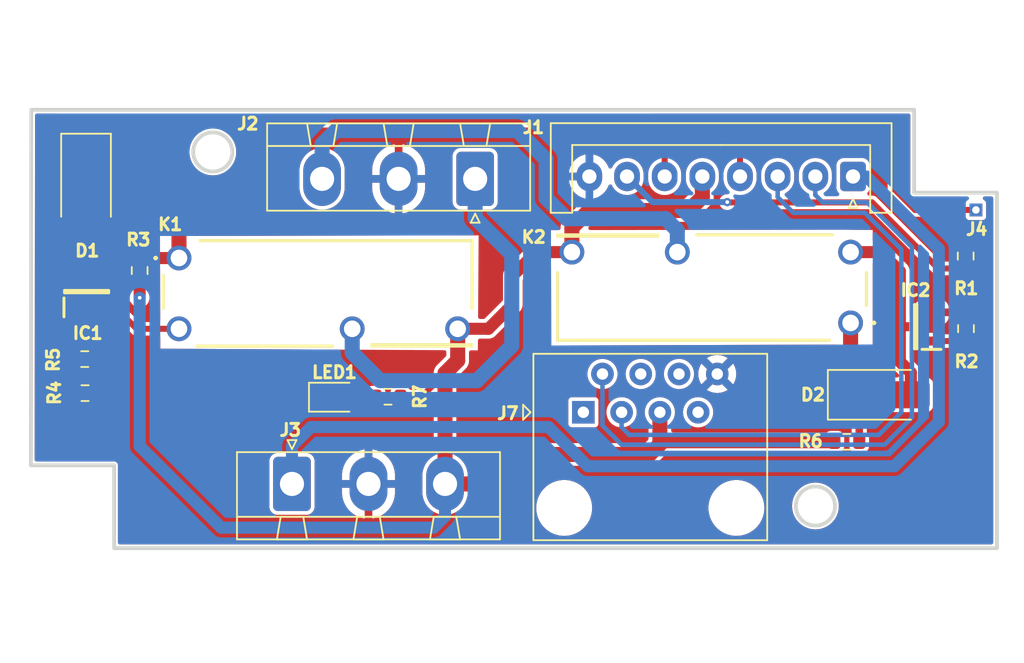
<source format=kicad_pcb>
(kicad_pcb (version 20240108) (generator "pcbnew") (generator_version "8.0")
  (title_block (title "KSS-E") (date "2020-07-13") (rev "REV1") (company "SmartEQ Bilisim"))
  (layers (0 "F.Cu" signal) (31 "B.Cu" signal) (34 "B.Paste" user) (35 "F.Paste" user) (36 "B.SilkS" user "B.Silkscreen") (37 "F.SilkS" user "F.Silkscreen") (38 "B.Mask" user) (39 "F.Mask" user) (44 "Edge.Cuts" user))
  (net 0 "")
  (net 1 "GND")
  (net 2 "VBUS")
  (net 3 "Net-(D1-K)")
  (net 4 "Net-(D1-A)")
  (net 5 "Net-(D2-K)")
  (net 6 "Net-(D2-A)")
  (net 7 "/IGN")
  (net 8 "/GPIO19")
  (net 9 "/GPIO6")
  (net 10 "/GPIO7")
  (net 11 "/HORN")
  (net 12 "/Flash")
  (net 17 "Net-(IC2-B)")
  (net 18 "Net-(IC1-B)")
  (net 19 "Net-(LED1-Pad2)")
  (net 20 "RS485_B")
  (net 21 "RS485_A")
  (footprint "Resistor_SMD:R_0603_1608Metric" (layer "F.Cu") (at 196.916 81.8484 -90)
    (property "Reference" "R1" (at 2.15 -0.04 0) (layer "F.SilkS") (effects (font (size 0.8 0.8) (thickness 0.2))))
    (property "Value" "10K")
    (fp_line (start -0.237258 0.5225) (end 0.237258 0.5225) (stroke (width 0.12)) (layer "F.SilkS"))
    (fp_line (start -0.237258 -0.5225) (end 0.237258 -0.5225) (stroke (width 0.12)) (layer "F.SilkS"))
    (pad "1" smd roundrect (at -0.825 0 270) (size 0.8 0.95) (layers "F.Cu" "F.Paste" "F.Mask") (net 1 "GND"))
    (pad "2" smd roundrect (at 0.825 0 270) (size 0.8 0.95) (layers "F.Cu" "F.Paste" "F.Mask") (net 10 "/GPIO7"))
  )
  (footprint "Connector_Phoenix_MSTB:KF2EDGR-Y-5.08-03P-1 B" (layer "F.Cu") (at 152.196 96.9744)
    (property "Reference" "J3" (at -0.11 -3.576 0) (layer "F.SilkS") (effects (font (size 0.8 0.8) (thickness 0.2))))
    (property "Value" "Conn_01x03_Pin")
    (fp_line (start -3.65 -2.11) (end -3.65 3.683) (stroke (width 0.12)) (layer "F.SilkS"))
    (fp_line (start -3.65 3.683) (end 13.81 3.683) (stroke (width 0.12)) (layer "F.SilkS"))
    (fp_line (start -1 3.683) (end 1 3.683) (stroke (width 0.12)) (layer "F.SilkS"))
    (fp_line (start -0.75 2.183) (end -1 3.683) (stroke (width 0.12)) (layer "F.SilkS"))
    (fp_line (start -0.3 -2.91) (end 0.3 -2.91) (stroke (width 0.12)) (layer "F.SilkS"))
    (fp_line (start 0 -2.31) (end -0.3 -2.91) (stroke (width 0.12)) (layer "F.SilkS"))
    (fp_line (start 0.3 -2.91) (end 0 -2.31) (stroke (width 0.12)) (layer "F.SilkS"))
    (fp_line (start 0.75 2.183) (end -0.75 2.183) (stroke (width 0.12)) (layer "F.SilkS"))
    (fp_line (start 1 3.683) (end 0.75 2.183) (stroke (width 0.12)) (layer "F.SilkS"))
    (fp_line (start 4.08 3.683) (end 6.08 3.683) (stroke (width 0.12)) (layer "F.SilkS"))
    (fp_line (start 4.33 2.183) (end 4.08 3.683) (stroke (width 0.12)) (layer "F.SilkS"))
    (fp_line (start 5.83 2.183) (end 4.33 2.183) (stroke (width 0.12)) (layer "F.SilkS"))
    (fp_line (start 6.08 3.683) (end 5.83 2.183) (stroke (width 0.12)) (layer "F.SilkS"))
    (fp_line (start 9.16 3.683) (end 11.16 3.683) (stroke (width 0.12)) (layer "F.SilkS"))
    (fp_line (start 9.41 2.183) (end 9.16 3.683) (stroke (width 0.12)) (layer "F.SilkS"))
    (fp_line (start 10.91 2.183) (end 9.41 2.183) (stroke (width 0.12)) (layer "F.SilkS"))
    (fp_line (start 11.16 3.683) (end 10.91 2.183) (stroke (width 0.12)) (layer "F.SilkS"))
    (fp_line (start 13.81 -2.11) (end -3.65 -2.11) (stroke (width 0.12)) (layer "F.SilkS"))
    (fp_line (start 13.81 2.183) (end -3.65 2.183) (stroke (width 0.12)) (layer "F.SilkS"))
    (fp_line (start 13.81 3.683) (end 13.81 -2.11) (stroke (width 0.12)) (layer "F.SilkS"))
    (pad "1" thru_hole roundrect (at 0 0) (size 2.5 3.6) (drill 1.6) (layers "*.Cu" "*.Mask") (roundrect_rratio 0.120192) (net 7 "/IGN"))
    (pad "2" thru_hole oval (at 5.08 0) (size 2.5 3.6) (drill 1.6) (layers "*.Cu" "*.Mask") (net 1 "GND"))
    (pad "3" thru_hole oval (at 10.16 0) (size 2.5 3.6) (drill 1.6) (layers "*.Cu" "*.Mask") (net 2 "VBUS"))
  )
  (footprint "Resistor_SMD:R_0603_1608Metric" (layer "F.Cu") (at 196.936 86.6684 90)
    (property "Reference" "R2" (at -2.18 0.04 0) (layer "F.SilkS") (effects (font (size 0.8 0.8) (thickness 0.2))))
    (property "Value" "10K")
    (fp_line (start -0.237258 -0.5225) (end 0.237258 -0.5225) (stroke (width 0.12)) (layer "F.SilkS"))
    (fp_line (start -0.237258 0.5225) (end 0.237258 0.5225) (stroke (width 0.12)) (layer "F.SilkS"))
    (pad "1" smd roundrect (at -0.825 0 90) (size 0.8 0.95) (layers "F.Cu" "F.Paste" "F.Mask") (net 17 "Net-(IC2-B)"))
    (pad "2" smd roundrect (at 0.825 0 90) (size 0.8 0.95) (layers "F.Cu" "F.Paste" "F.Mask") (net 10 "/GPIO7"))
  )
  (footprint "Diode_SMD:D_SMA" (layer "F.Cu") (at 138.526 77.2384 -90)
    (property "Reference" "D1" (at 4.26 -0.08 180) (layer "F.SilkS") (effects (font (size 0.8 0.8) (thickness 0.2))))
    (property "Value" "MRA4007T3G")
    (fp_line (start -3.51 1.65) (end 2 1.65) (stroke (width 0.12)) (layer "F.SilkS"))
    (fp_line (start -3.51 -1.65) (end -3.51 1.65) (stroke (width 0.12)) (layer "F.SilkS"))
    (fp_line (start -3.51 -1.65) (end 2 -1.65) (stroke (width 0.12)) (layer "F.SilkS"))
    (pad "1" smd roundrect (at -2 0 270) (size 2.5 1.8) (layers "F.Cu" "F.Paste" "F.Mask") (roundrect_rratio 0.1388888889) (net 3 "Net-(D1-K)"))
    (pad "2" smd roundrect (at 2 0 270) (size 2.5 1.8) (layers "F.Cu" "F.Paste" "F.Mask") (roundrect_rratio 0.1388888889) (net 4 "Net-(D1-A)"))
  )
  (footprint "MMBT2222ALT1G:SOT96P237X111-3N" (layer "F.Cu") (at 138.566 84.2084 90)
    (property "Reference" "IC1" (at -2.76 0.07 0) (layer "F.SilkS") (effects (font (size 0.8 0.8) (thickness 0.2))))
    (property "Value" "MMBT2222ALT1G" (hide yes))
    (fp_line (start -1.675 -1.505) (end -0.425 -1.505) (stroke (width 0.2)) (layer "F.SilkS"))
    (fp_line (start 0.075 -1.46) (end 0.075 1.46) (stroke (width 0.2)) (layer "F.SilkS"))
    (fp_line (start -0.075 -1.46) (end 0.075 -1.46) (stroke (width 0.2)) (layer "F.SilkS"))
    (fp_line (start 0.075 1.46) (end -0.075 1.46) (stroke (width 0.2)) (layer "F.SilkS"))
    (fp_line (start -0.075 1.46) (end -0.075 -1.46) (stroke (width 0.2)) (layer "F.SilkS"))
    (pad "1" smd rect (at -1.05 -0.955 180) (size 0.6 1.25) (layers "F.Cu" "F.Paste" "F.Mask") (net 18 "Net-(IC1-B)"))
    (pad "2" smd rect (at -1.05 0.955 180) (size 0.6 1.25) (layers "F.Cu" "F.Paste" "F.Mask") (net 1 "GND"))
    (pad "3" smd rect (at 1.05 0 180) (size 0.6 1.25) (layers "F.Cu" "F.Paste" "F.Mask") (net 4 "Net-(D1-A)"))
  )
  (footprint "Resistor_SMD:R_0603_1608Metric" (layer "F.Cu") (at 158.571 91.1884 180)
    (property "Reference" "R7" (at -2.120001 -0.000001 -90) (layer "F.SilkS") (effects (font (size 0.8 0.8) (thickness 0.2))))
    (property "Value" "3.3K")
    (fp_line (start -0.237258 0.5225) (end 0.237258 0.5225) (stroke (width 0.12)) (layer "F.SilkS"))
    (fp_line (start -0.237258 -0.5225) (end 0.237258 -0.5225) (stroke (width 0.12)) (layer "F.SilkS"))
    (pad "1" smd roundrect (at -0.825 0 180) (size 0.8 0.95) (layers "F.Cu" "F.Paste" "F.Mask") (net 2 "VBUS"))
    (pad "2" smd roundrect (at 0.825 0 180) (size 0.8 0.95) (layers "F.Cu" "F.Paste" "F.Mask") (net 19 "Net-(LED1-Pad2)"))
  )
  (footprint "Connector_JST:JST_XH_S8B-XH-A_1x08_P2.50mm_Horizontal" (layer "F.Cu") (at 189.436 76.5684 180)
    (property "Reference" "J1" (at 21.21 3.26 180) (layer "F.SilkS") (effects (font (size 0.8 0.8) (thickness 0.2))))
    (property "Value" "Conn_01x08_Socket")
    (fp_line (start 20.06 3.539) (end 20.06 -2.41) (stroke (width 0.12)) (layer "F.SilkS"))
    (fp_line (start 20.06 -2.41) (end 18.64 -2.41) (stroke (width 0.12)) (layer "F.SilkS"))
    (fp_line (start 18.64 2.09) (end 8.75 2.09) (stroke (width 0.12)) (layer "F.SilkS"))
    (fp_line (start 18.64 -2.41) (end 18.64 2.09) (stroke (width 0.12)) (layer "F.SilkS"))
    (fp_line (start 8.75 3.539) (end 20.06 3.539) (stroke (width 0.12)) (layer "F.SilkS"))
    (fp_line (start 8.75 3.539) (end -2.56 3.539) (stroke (width 0.12)) (layer "F.SilkS"))
    (fp_line (start 0.3 -2.1) (end 0 -1.5) (stroke (width 0.12)) (layer "F.SilkS"))
    (fp_line (start 0 -1.5) (end -0.3 -2.1) (stroke (width 0.12)) (layer "F.SilkS"))
    (fp_line (start -0.3 -2.1) (end 0.3 -2.1) (stroke (width 0.12)) (layer "F.SilkS"))
    (fp_line (start -1.14 2.09) (end 8.75 2.09) (stroke (width 0.12)) (layer "F.SilkS"))
    (fp_line (start -1.14 -2.41) (end -1.14 2.09) (stroke (width 0.12)) (layer "F.SilkS"))
    (fp_line (start -2.56 3.539) (end -2.56 -2.41) (stroke (width 0.12)) (layer "F.SilkS"))
    (fp_line (start -2.56 -2.41) (end -1.14 -2.41) (stroke (width 0.12)) (layer "F.SilkS"))
    (pad "1" thru_hole roundrect (at 0 0 180) (size 1.7 1.95) (drill 0.95) (layers "*.Cu" "*.Mask") (roundrect_rratio 0.1470588235) (net 7 "/IGN"))
    (pad "2" thru_hole oval (at 2.5 0 180) (size 1.7 1.95) (drill 0.95) (layers "*.Cu" "*.Mask") (net 20 "RS485_B"))
    (pad "3" thru_hole oval (at 5 0 180) (size 1.7 1.95) (drill 0.95) (layers "*.Cu" "*.Mask") (net 21 "RS485_A"))
    (pad "4" thru_hole oval (at 7.5 0 180) (size 1.7 1.95) (drill 0.95) (layers "*.Cu" "*.Mask") (net 8 "/GPIO19"))
    (pad "5" thru_hole oval (at 10 0 180) (size 1.7 1.95) (drill 0.95) (layers "*.Cu" "*.Mask") (net 2 "VBUS"))
    (pad "6" thru_hole oval (at 12.5 0 180) (size 1.7 1.95) (drill 0.95) (layers "*.Cu" "*.Mask") (net 9 "/GPIO6"))
    (pad "7" thru_hole oval (at 15 0 180) (size 1.7 1.95) (drill 0.95) (layers "*.Cu" "*.Mask") (net 10 "/GPIO7"))
    (pad "8" thru_hole oval (at 17.5 0 180) (size 1.7 1.95) (drill 0.95) (layers "*.Cu" "*.Mask") (net 1 "GND"))
  )
  (footprint "Library:HF46F5HS1" (layer "F.Cu") (at 189.276 86.2884 180)
    (property "Reference" "K2" (at 21.03 5.7 180) (layer "F.SilkS") (effects (font (size 0.8 0.8) (thickness 0.2))))
    (property "Value" "HF46F5HS1" (hide yes))
    (fp_line (start 19.45 5.85) (end 12.8 5.85) (stroke (width 0.2)) (layer "F.SilkS"))
    (fp_line (start 19.45 5.75) (end 19.45 5.85) (stroke (width 0.2)) (layer "F.SilkS"))
    (fp_line (start 19.45 3.35) (end 19.45 3.35) (stroke (width 0.2)) (layer "F.SilkS"))
    (fp_line (start 19.45 3.35) (end 19.45 -1.15) (stroke (width 0.2)) (layer "F.SilkS"))
    (fp_line (start 19.45 -1.15) (end 19.45 3.35) (stroke (width 0.2)) (layer "F.SilkS"))
    (fp_line (start 19.45 -1.15) (end 19.45 -1.15) (stroke (width 0.2)) (layer "F.SilkS"))
    (fp_line (start 19.45 -1.15) (end 19.45 -1.15) (stroke (width 0.2)) (layer "F.SilkS"))
    (fp_line (start 19.45 -1.15) (end 1.4 -1.15) (stroke (width 0.2)) (layer "F.SilkS"))
    (fp_line (start 12.8 5.85) (end 12.8 5.75) (stroke (width 0.2)) (layer "F.SilkS"))
    (fp_line (start 12.8 5.75) (end 19.45 5.75) (stroke (width 0.2)) (layer "F.SilkS"))
    (fp_line (start 10.2 5.85) (end 10.2 5.85) (stroke (width 0.2)) (layer "F.SilkS"))
    (fp_line (start 10.2 5.85) (end 1.2 5.85) (stroke (width 0.2)) (layer "F.SilkS"))
    (fp_line (start 1.4 -1.15) (end 19.45 -1.15) (stroke (width 0.2)) (layer "F.SilkS"))
    (fp_line (start 1.4 -1.15) (end 1.4 -1.15) (stroke (width 0.2)) (layer "F.SilkS"))
    (fp_line (start 1.2 5.85) (end 10.2 5.85) (stroke (width 0.2)) (layer "F.SilkS"))
    (fp_line (start 1.2 5.85) (end 1.2 5.85) (stroke (width 0.2)) (layer "F.SilkS"))
    (fp_line (start -1.05 3.35) (end -1.05 3.35) (stroke (width 0.2)) (layer "F.SilkS"))
    (fp_line (start -1.05 3.35) (end -1.05 1.15) (stroke (width 0.2)) (layer "F.SilkS"))
    (fp_line (start -1.05 1.15) (end -1.05 3.35) (stroke (width 0.2)) (layer "F.SilkS"))
    (fp_line (start -1.05 1.15) (end -1.05 1.15) (stroke (width 0.2)) (layer "F.SilkS"))
    (fp_line (start -1.5 0) (end -1.5 0) (stroke (width 0.2)) (layer "F.SilkS"))
    (fp_line (start -1.6 0) (end -1.6 0) (stroke (width 0.2)) (layer "F.SilkS"))
    (fp_line (start -1.6 0) (end -1.6 0) (stroke (width 0.2)) (layer "F.SilkS"))
    (fp_arc (start -1.5 0) (mid -1.55 0.05) (end -1.6 0) (stroke (width 0.2)) (layer "F.SilkS"))
    (fp_arc (start -1.5 0) (mid -1.55 0.05) (end -1.6 0) (stroke (width 0.2)) (layer "F.SilkS"))
    (fp_arc (start -1.6 0) (mid -1.55 -0.05) (end -1.5 0) (stroke (width 0.2)) (layer "F.SilkS"))
    (pad "1" thru_hole circle (at 0 0 180) (size 1.65 1.65) (drill 1.1) (layers "*.Cu" "*.Mask") (net 5 "Net-(D2-K)"))
    (pad "2" thru_hole circle (at 0 4.7 180) (size 1.65 1.65) (drill 1.1) (layers "*.Cu" "*.Mask") (net 6 "Net-(D2-A)"))
    (pad "3" thru_hole circle (at 11.5 4.7 180) (size 1.65 1.65) (drill 1.1) (layers "*.Cu" "*.Mask") (net 12 "/Flash"))
    (pad "4" thru_hole circle (at 18.5 4.7 180) (size 1.65 1.65) (drill 1.1) (layers "*.Cu" "*.Mask") (net 2 "VBUS"))
  )
  (footprint "Connector_Phoenix_MSTB:KF2EDGR-Y-5.08-03P-1 B" (layer "F.Cu") (at 164.356 76.7259 180)
    (property "Reference" "J2" (at 15.09 3.6575 180) (layer "F.SilkS") (effects (font (size 0.8 0.8) (thickness 0.2))))
    (property "Value" "Conn_01x03_Pin")
    (fp_line (start 13.81 3.683) (end 13.81 -2.11) (stroke (width 0.12)) (layer "F.SilkS"))
    (fp_line (start 13.81 2.183) (end -3.65 2.183) (stroke (width 0.12)) (layer "F.SilkS"))
    (fp_line (start 13.81 -2.11) (end -3.65 -2.11) (stroke (width 0.12)) (layer "F.SilkS"))
    (fp_line (start 11.16 3.683) (end 10.91 2.183) (stroke (width 0.12)) (layer "F.SilkS"))
    (fp_line (start 10.91 2.183) (end 9.41 2.183) (stroke (width 0.12)) (layer "F.SilkS"))
    (fp_line (start 9.41 2.183) (end 9.16 3.683) (stroke (width 0.12)) (layer "F.SilkS"))
    (fp_line (start 9.16 3.683) (end 11.16 3.683) (stroke (width 0.12)) (layer "F.SilkS"))
    (fp_line (start 6.08 3.683) (end 5.83 2.183) (stroke (width 0.12)) (layer "F.SilkS"))
    (fp_line (start 5.83 2.183) (end 4.33 2.183) (stroke (width 0.12)) (layer "F.SilkS"))
    (fp_line (start 4.33 2.183) (end 4.08 3.683) (stroke (width 0.12)) (layer "F.SilkS"))
    (fp_line (start 4.08 3.683) (end 6.08 3.683) (stroke (width 0.12)) (layer "F.SilkS"))
    (fp_line (start 1 3.683) (end 0.75 2.183) (stroke (width 0.12)) (layer "F.SilkS"))
    (fp_line (start 0.75 2.183) (end -0.75 2.183) (stroke (width 0.12)) (layer "F.SilkS"))
    (fp_line (start 0.3 -2.91) (end 0 -2.31) (stroke (width 0.12)) (layer "F.SilkS"))
    (fp_line (start 0 -2.31) (end -0.3 -2.91) (stroke (width 0.12)) (layer "F.SilkS"))
    (fp_line (start -0.3 -2.91) (end 0.3 -2.91) (stroke (width 0.12)) (layer "F.SilkS"))
    (fp_line (start -0.75 2.183) (end -1 3.683) (stroke (width 0.12)) (layer "F.SilkS"))
    (fp_line (start -1 3.683) (end 1 3.683) (stroke (width 0.12)) (layer "F.SilkS"))
    (fp_line (start -3.65 3.683) (end 13.81 3.683) (stroke (width 0.12)) (layer "F.SilkS"))
    (fp_line (start -3.65 -2.11) (end -3.65 3.683) (stroke (width 0.12)) (layer "F.SilkS"))
    (pad "1" thru_hole roundrect (at 0 0 180) (size 2.5 3.6) (drill 1.6) (layers "*.Cu" "*.Mask") (roundrect_rratio 0.120192) (net 11 "/HORN"))
    (pad "2" thru_hole oval (at 5.08 0 180) (size 2.5 3.6) (drill 1.6) (layers "*.Cu" "*.Mask") (net 1 "GND"))
    (pad "3" thru_hole oval (at 10.16 0 180) (size 2.5 3.6) (drill 1.6) (layers "*.Cu" "*.Mask") (net 12 "/Flash"))
  )
  (footprint "Connector_RJ:RJ45_Amphenol_54602-x08_Horizontal" (layer "F.Cu") (at 171.536 92.2184)
    (property "Reference" "J7" (at -5.01 0.07 0) (layer "F.SilkS") (effects (font (size 0.8 0.8) (thickness 0.2))))
    (property "Value" "8P8C")
    (fp_line (start -4 -0.5) (end -4 0.5) (stroke (width 0.12)) (layer "F.SilkS"))
    (fp_line (start -4 0.5) (end -3.5 0) (stroke (width 0.12)) (layer "F.SilkS"))
    (fp_line (start -3.5 0) (end -4 -0.5) (stroke (width 0.12)) (layer "F.SilkS"))
    (fp_line (start -3.315 -3.88) (end -3.315 8.492) (stroke (width 0.12)) (layer "F.SilkS"))
    (fp_line (start -3.315 8.492) (end 12.205 8.492) (stroke (width 0.12)) (layer "F.SilkS"))
    (fp_line (start 12.205 -3.88) (end -3.315 -3.88) (stroke (width 0.12)) (layer "F.SilkS"))
    (fp_line (start 12.205 -3.88) (end 12.205 8.492) (stroke (width 0.12)) (layer "F.SilkS"))
    (pad "" np_thru_hole circle (at -1.27 6.35) (size 3.2 3.2) (drill 3.2) (layers "*.Cu" "*.Mask"))
    (pad "" np_thru_hole circle (at 10.16 6.35) (size 3.2 3.2) (drill 3.2) (layers "*.Cu" "*.Mask"))
    (pad "1" thru_hole rect (at 0 0) (size 1.5 1.5) (drill 0.76) (layers "*.Cu" "*.Mask"))
    (pad "2" thru_hole circle (at 1.27 -2.54) (size 1.5 1.5) (drill 0.76) (layers "*.Cu" "*.Mask") (net 20 "RS485_B"))
    (pad "3" thru_hole circle (at 2.54 0) (size 1.5 1.5) (drill 0.76) (layers "*.Cu" "*.Mask") (net 21 "RS485_A"))
    (pad "4" thru_hole circle (at 3.81 -2.54) (size 1.5 1.5) (drill 0.76) (layers "*.Cu" "*.Mask"))
    (pad "5" thru_hole circle (at 5.08 0) (size 1.5 1.5) (drill 0.76) (layers "*.Cu" "*.Mask") (net 2 "VBUS"))
    (pad "6" thru_hole circle (at 6.35 -2.54) (size 1.5 1.5) (drill 0.76) (layers "*.Cu" "*.Mask"))
    (pad "7" thru_hole circle (at 7.62 0) (size 1.5 1.5) (drill 0.76) (layers "*.Cu" "*.Mask"))
    (pad "8" thru_hole circle (at 8.89 -2.54) (size 1.5 1.5) (drill 0.76) (layers "*.Cu" "*.Mask") (net 1 "GND"))
  )
  (footprint "Resistor_SMD:R_0603_1608Metric" (layer "F.Cu") (at 138.461 90.9484 180)
    (property "Reference" "R4" (at 2.035 0.02 -90) (layer "F.SilkS") (effects (font (size 0.8 0.8) (thickness 0.2))))
    (property "Value" "10K")
    (fp_line (start -0.237258 0.5225) (end 0.237258 0.5225) (stroke (width 0.12)) (layer "F.SilkS"))
    (fp_line (start -0.237258 -0.5225) (end 0.237258 -0.5225) (stroke (width 0.12)) (layer "F.SilkS"))
    (pad "1" smd roundrect (at -0.825 0 180) (size 0.8 0.95) (layers "F.Cu" "F.Paste" "F.Mask") (net 1 "GND"))
    (pad "2" smd roundrect (at 0.825 0 180) (size 0.8 0.95) (layers "F.Cu" "F.Paste" "F.Mask") (net 9 "/GPIO6"))
  )
  (footprint "Resistor_SMD:R_0603_1608Metric" (layer "F.Cu") (at 138.441 88.6884)
    (property "Reference" "R5" (at -2.1 0.05 90) (layer "F.SilkS") (effects (font (size 0.8 0.8) (thickness 0.2))))
    (property "Value" "10K")
    (fp_line (start -0.237258 -0.5225) (end 0.237258 -0.5225) (stroke (width 0.12)) (layer "F.SilkS"))
    (fp_line (start -0.237258 0.5225) (end 0.237258 0.5225) (stroke (width 0.12)) (layer "F.SilkS"))
    (pad "1" smd roundrect (at -0.825 0) (size 0.8 0.95) (layers "F.Cu" "F.Paste" "F.Mask") (net 18 "Net-(IC1-B)"))
    (pad "2" smd roundrect (at 0.825 0) (size 0.8 0.95) (layers "F.Cu" "F.Paste" "F.Mask") (net 9 "/GPIO6"))
  )
  (footprint "MMBT2222ALT1G:SOT96P237X111-3N" (layer "F.Cu") (at 193.596 86.5384 180)
    (property "Reference" "IC2" (at 0.01 2.42 0) (layer "F.SilkS") (effects (font (size 0.8 0.8) (thickness 0.2))))
    (property "Value" "MMBT2222ALT1G" (hide yes))
    (fp_line (start 0.075 1.46) (end -0.075 1.46) (stroke (width 0.2)) (layer "F.SilkS"))
    (fp_line (start 0.075 -1.46) (end 0.075 1.46) (stroke (width 0.2)) (layer "F.SilkS"))
    (fp_line (start -0.075 1.46) (end -0.075 -1.46) (stroke (width 0.2)) (layer "F.SilkS"))
    (fp_line (start -0.075 -1.46) (end 0.075 -1.46) (stroke (width 0.2)) (layer "F.SilkS"))
    (fp_line (start -1.675 -1.505) (end -0.425 -1.505) (stroke (width 0.2)) (layer "F.SilkS"))
    (pad "1" smd rect (at -1.05 -0.955 270) (size 0.6 1.25) (layers "F.Cu" "F.Paste" "F.Mask") (net 17 "Net-(IC2-B)"))
    (pad "2" smd rect (at -1.05 0.955 270) (size 0.6 1.25) (layers "F.Cu" "F.Paste" "F.Mask") (net 1 "GND"))
    (pad "3" smd rect (at 1.05 0 270) (size 0.6 1.25) (layers "F.Cu" "F.Paste" "F.Mask") (net 6 "Net-(D2-A)"))
  )
  (footprint "Library:HF46F5HS1" (layer "F.Cu") (at 144.696 81.9784)
    (property "Reference" "K1" (at -0.58 -2.23 0) (layer "F.SilkS") (effects (font (size 0.8 0.8) (thickness 0.2))))
    (property "Value" "HF46F5HS1" (hide yes))
    (fp_line (start -1.6 0) (end -1.6 0) (stroke (width 0.2)) (layer "F.SilkS"))
    (fp_line (start -1.6 0) (end -1.6 0) (stroke (width 0.2)) (layer "F.SilkS"))
    (fp_line (start -1.5 0) (end -1.5 0) (stroke (width 0.2)) (layer "F.SilkS"))
    (fp_line (start -1.05 1.15) (end -1.05 1.15) (stroke (width 0.2)) (layer "F.SilkS"))
    (fp_line (start -1.05 1.15) (end -1.05 3.35) (stroke (width 0.2)) (layer "F.SilkS"))
    (fp_line (start -1.05 3.35) (end -1.05 1.15) (stroke (width 0.2)) (layer "F.SilkS"))
    (fp_line (start -1.05 3.35) (end -1.05 3.35) (stroke (width 0.2)) (layer "F.SilkS"))
    (fp_line (start 1.2 5.85) (end 1.2 5.85) (stroke (width 0.2)) (layer "F.SilkS"))
    (fp_line (start 1.2 5.85) (end 10.2 5.85) (stroke (width 0.2)) (layer "F.SilkS"))
    (fp_line (start 1.4 -1.15) (end 1.4 -1.15) (stroke (width 0.2)) (layer "F.SilkS"))
    (fp_line (start 1.4 -1.15) (end 19.45 -1.15) (stroke (width 0.2)) (layer "F.SilkS"))
    (fp_line (start 10.2 5.85) (end 1.2 5.85) (stroke (width 0.2)) (layer "F.SilkS"))
    (fp_line (start 10.2 5.85) (end 10.2 5.85) (stroke (width 0.2)) (layer "F.SilkS"))
    (fp_line (start 12.8 5.75) (end 19.45 5.75) (stroke (width 0.2)) (layer "F.SilkS"))
    (fp_line (start 12.8 5.85) (end 12.8 5.75) (stroke (width 0.2)) (layer "F.SilkS"))
    (fp_line (start 19.45 -1.15) (end 1.4 -1.15) (stroke (width 0.2)) (layer "F.SilkS"))
    (fp_line (start 19.45 -1.15) (end 19.45 -1.15) (stroke (width 0.2)) (layer "F.SilkS"))
    (fp_line (start 19.45 -1.15) (end 19.45 -1.15) (stroke (width 0.2)) (layer "F.SilkS"))
    (fp_line (start 19.45 -1.15) (end 19.45 3.35) (stroke (width 0.2)) (layer "F.SilkS"))
    (fp_line (start 19.45 3.35) (end 19.45 -1.15) (stroke (width 0.2)) (layer "F.SilkS"))
    (fp_line (start 19.45 3.35) (end 19.45 3.35) (stroke (width 0.2)) (layer "F.SilkS"))
    (fp_line (start 19.45 5.75) (end 19.45 5.85) (stroke (width 0.2)) (layer "F.SilkS"))
    (fp_line (start 19.45 5.85) (end 12.8 5.85) (stroke (width 0.2)) (layer "F.SilkS"))
    (fp_arc (start -1.6 0) (mid -1.55 -0.05) (end -1.5 0) (stroke (width 0.2)) (layer "F.SilkS"))
    (fp_arc (start -1.5 0) (mid -1.55 0.05) (end -1.6 0) (stroke (width 0.2)) (layer "F.SilkS"))
    (fp_arc (start -1.5 0) (mid -1.55 0.05) (end -1.6 0) (stroke (width 0.2)) (layer "F.SilkS"))
    (pad "1" thru_hole circle (at 0 0) (size 1.65 1.65) (drill 1.1) (layers "*.Cu" "*.Mask") (net 3 "Net-(D1-K)"))
    (pad "2" thru_hole circle (at 0 4.7) (size 1.65 1.65) (drill 1.1) (layers "*.Cu" "*.Mask") (net 4 "Net-(D1-A)"))
    (pad "3" thru_hole circle (at 11.5 4.7) (size 1.65 1.65) (drill 1.1) (layers "*.Cu" "*.Mask") (net 11 "/HORN"))
    (pad "4" thru_hole circle (at 18.5 4.7) (size 1.65 1.65) (drill 1.1) (layers "*.Cu" "*.Mask") (net 2 "VBUS"))
  )
  (footprint "Connector_PinHeader_1.00mm:PinHeader_1x01_P1.00mm_Horizontal" (layer "F.Cu") (at 197.596 78.7884 -90)
    (property "Reference" "J4" (at 1.28 -0.05 180) (layer "F.SilkS") (effects (font (size 0.8 0.8) (thickness 0.2))))
    (property "Value" "DNP" (hide yes))
    (pad "1" thru_hole rect (at 0 0 270) (size 0.85 0.85) (drill 0.5) (layers "*.Cu" "*.Mask") (net 8 "/GPIO19"))
  )
  (footprint "Diode_SMD:D_SMA" (layer "F.Cu") (at 191.276 91.0584)
    (property "Reference" "D2" (at -4.5 0 180) (layer "F.SilkS") (effects (font (size 0.8 0.8) (thickness 0.2))))
    (property "Value" "MRA4007T3G")
    (fp_line (start -3.51 -1.65) (end -3.51 1.65) (stroke (width 0.12)) (layer "F.SilkS"))
    (fp_line (start -3.51 -1.65) (end 2 -1.65) (stroke (width 0.12)) (layer "F.SilkS"))
    (fp_line (start -3.51 1.65) (end 2 1.65) (stroke (width 0.12)) (layer "F.SilkS"))
    (pad "1" smd roundrect (at -2 0) (size 2.5 1.8) (layers "F.Cu" "F.Paste" "F.Mask") (roundrect_rratio 0.1388888889) (net 5 "Net-(D2-K)"))
    (pad "2" smd roundrect (at 2 0) (size 2.5 1.8) (layers "F.Cu" "F.Paste" "F.Mask") (roundrect_rratio 0.1388888889) (net 6 "Net-(D2-A)"))
  )
  (footprint "LED_SMD:LED_0805_2012Metric" (layer "F.Cu") (at 155.011 91.2184)
    (property "Reference" "LED1" (at 0.005 -1.65 180) (layer "F.SilkS") (effects (font (size 0.8 0.8) (thickness 0.2))))
    (property "Value" "NCD0805R1 ")
    (fp_line (start -1.685 -0.96) (end -1.685 0.96) (stroke (width 0.12)) (layer "F.SilkS"))
    (fp_line (start -1.685 0.96) (end 1 0.96) (stroke (width 0.12)) (layer "F.SilkS"))
    (fp_line (start 1 -0.96) (end -1.685 -0.96) (stroke (width 0.12)) (layer "F.SilkS"))
    (pad "1" smd roundrect (at -0.9375 0) (size 0.975 1.4) (layers "F.Cu" "F.Paste" "F.Mask") (net 1 "GND"))
    (pad "2" smd roundrect (at 0.9375 0) (size 0.975 1.4) (layers "F.Cu" "F.Paste" "F.Mask") (net 19 "Net-(LED1-Pad2)"))
  )
  (footprint "Resistor_SMD:R_0603_1608Metric" (layer "F.Cu") (at 142.086 82.8084 -90)
    (property "Reference" "R3" (at -2.040001 0.089999 180) (layer "F.SilkS") (effects (font (size 0.8 0.8) (thickness 0.2))))
    (property "Value" "0R")
    (fp_line (start -0.237258 0.5225) (end 0.237258 0.5225) (stroke (width 0.12)) (layer "F.SilkS"))
    (fp_line (start -0.237258 -0.5225) (end 0.237258 -0.5225) (stroke (width 0.12)) (layer "F.SilkS"))
    (pad "1" smd roundrect (at -0.825 0 270) (size 0.8 0.95) (layers "F.Cu" "F.Paste" "F.Mask") (net 3 "Net-(D1-K)"))
    (pad "2" smd roundrect (at 0.825 0 270) (size 0.8 0.95) (layers "F.Cu" "F.Paste" "F.Mask") (net 2 "VBUS"))
  )
  (footprint "Resistor_SMD:R_0603_1608Metric" (layer "F.Cu") (at 189.026 94.1784 180)
    (property "Reference" "R6" (at 2.4 0.04 0) (layer "F.SilkS") (effects (font (size 0.8 0.8) (thickness 0.2))))
    (property "Value" "0R")
    (fp_line (start -0.237258 0.5225) (end 0.237258 0.5225) (stroke (width 0.12)) (layer "F.SilkS"))
    (fp_line (start -0.237258 -0.5225) (end 0.237258 -0.5225) (stroke (width 0.12)) (layer "F.SilkS"))
    (pad "1" smd roundrect (at -0.825 0 180) (size 0.8 0.95) (layers "F.Cu" "F.Paste" "F.Mask") (net 5 "Net-(D2-K)"))
    (pad "2" smd roundrect (at 0.825 0 180) (size 0.8 0.95) (layers "F.Cu" "F.Paste" "F.Mask") (net 2 "VBUS"))
  )
  (gr_line (start 198.992975 101.239967) (end 140.392975 101.239967) (stroke (width 0.25)) (layer "Edge.Cuts"))
  (gr_circle (center 186.942975 98.439967) (end 188.242975 98.439967) (stroke (width 0.25)) (fill none) (layer "Edge.Cuts"))
  (gr_line (start 134.892975 72.139967) (end 193.492975 72.139967) (stroke (width 0.25)) (layer "Edge.Cuts"))
  (gr_line (start 140.392975 95.739967) (end 140.392975 101.239967) (stroke (width 0.25)) (layer "Edge.Cuts"))
  (gr_line (start 134.866725 95.7384) (end 134.892975 72.139967) (stroke (width 0.25)) (layer "Edge.Cuts"))
  (gr_line (start 198.992975 77.639967) (end 198.992975 101.239967) (stroke (width 0.25)) (layer "Edge.Cuts"))
  (gr_line (start 198.992975 77.639967) (end 193.492975 77.639967) (stroke (width 0.25)) (layer "Edge.Cuts"))
  (gr_circle (center 146.942975 74.939967) (end 148.242975 74.939967) (stroke (width 0.25)) (fill none) (layer "Edge.Cuts"))
  (gr_line (start 134.866725 95.7384) (end 140.392975 95.739967) (stroke (width 0.25)) (layer "Edge.Cuts"))
  (gr_line (start 193.492975 77.639967) (end 193.492975 72.139967) (stroke (width 0.25)) (layer "Edge.Cuts"))
  (segment (start 139.266 90.9284) (end 139.286 90.9484) (width 0.4) (layer "F.Cu") (net 1))
  (segment (start 178.536 78.8284) (end 171.916 78.8284) (width 1) (layer "F.Cu") (net 2))
  (segment (start 160.796 91.1884) (end 162.356 89.6284) (width 0.4) (layer "F.Cu") (net 2))
  (segment (start 188.171 94.2084) (end 188.201 94.1784) (width 0.8) (layer "F.Cu") (net 2))
  (segment (start 162.356 96.9744) (end 162.356 91.2384) (width 1) (layer "F.Cu") (net 2))
  (segment (start 179.436 77.9284) (end 178.536 78.8284) (width 1) (layer "F.Cu") (net 2))
  (segment (start 166.856 83.1384) (end 168.406 81.5884) (width 0.8) (layer "F.Cu") (net 2))
  (segment (start 159.396 91.1884) (end 160.796 91.1884) (width 0.4) (layer "F.Cu") (net 2))
  (segment (start 176.616 94.3384) (end 176.616 92.2184) (width 1) (layer "F.Cu") (net 2))
  (segment (start 168.516 95.0184) (end 166.56 96.9744) (width 1) (layer "F.Cu") (net 2))
  (segment (start 176.616 94.3384) (end 176.746 94.2084) (width 0.8) (layer "F.Cu") (net 2))
  (segment (start 162.356 91.2384) (end 162.356 89.6284) (width 1) (layer "F.Cu") (net 2))
  (segment (start 142.086 83.6334) (end 142.086 84.6184) (width 0.8) (layer "F.Cu") (net 2))
  (segment (start 179.436 76.5684) (end 179.436 77.9284) (width 1) (layer "F.Cu") (net 2))
  (segment (start 176.746 94.2084) (end 188.171 94.2084) (width 0.8) (layer "F.Cu") (net 2))
  (segment (start 165.236 86.6784) (end 166.856 85.0584) (width 0.8) (layer "F.Cu") (net 2))
  (segment (start 171.916 78.8284) (end 170.776 79.9684) (width 1) (layer "F.Cu") (net 2))
  (segment (start 170.776 79.9684) (end 170.776 81.5884) (width 1) (layer "F.Cu") (net 2))
  (segment (start 166.56 96.9744) (end 162.356 96.9744) (width 1) (layer "F.Cu") (net 2))
  (segment (start 162.356 91.4734) (end 162.356 96.9744) (width 0.2) (layer "F.Cu") (net 2))
  (segment (start 162.356 89.6284) (end 163.196 88.7884) (width 1) (layer "F.Cu") (net 2))
  (segment (start 166.856 85.0584) (end 166.856 83.1384) (width 0.8) (layer "F.Cu") (net 2))
  (segment (start 176.616 94.3384) (end 175.936 95.0184) (width 1) (layer "F.Cu") (net 2))
  (segment (start 163.196 88.7884) (end 163.196 86.6784) (width 1) (layer "F.Cu") (net 2))
  (segment (start 175.936 95.0184) (end 168.516 95.0184) (width 1) (layer "F.Cu") (net 2))
  (segment (start 168.406 81.5884) (end 170.776 81.5884) (width 0.8) (layer "F.Cu") (net 2))
  (segment (start 163.196 86.6784) (end 165.236 86.6784) (width 0.8) (layer "F.Cu") (net 2))
  (via (at 142.086 84.6184) (size 0.55) (drill 0.25) (layers "F.Cu" "B.Cu") (net 2))
  (segment (start 142.086 84.6184) (end 142.086 94.4684) (width 0.8) (layer "B.Cu") (net 2))
  (segment (start 161.596 99.8784) (end 162.356 99.1184) (width 0.8) (layer "B.Cu") (net 2))
  (segment (start 147.496 99.8784) (end 161.596 99.8784) (width 0.8) (layer "B.Cu") (net 2))
  (segment (start 142.086 94.4684) (end 147.496 99.8784) (width 0.8) (layer "B.Cu") (net 2))
  (segment (start 162.356 99.1184) (end 162.356 96.9744) (width 0.8) (layer "B.Cu") (net 2))
  (segment (start 138.526 75.2384) (end 140.756 75.2384) (width 1) (layer "F.Cu") (net 3))
  (segment (start 144.696 79.1784) (end 144.696 81.9784) (width 1) (layer "F.Cu") (net 3))
  (segment (start 142.086 81.9834) (end 144.691 81.9834) (width 0.8) (layer "F.Cu") (net 3))
  (segment (start 144.691 81.9834) (end 144.696 81.9784) (width 0.8) (layer "F.Cu") (net 3))
  (segment (start 140.756 75.2384) (end 144.696 79.1784) (width 1) (layer "F.Cu") (net 3))
  (segment (start 140.826 85.6184) (end 141.886 86.6784) (width 0.4) (layer "F.Cu") (net 4))
  (segment (start 141.886 86.6784) (end 144.696 86.6784) (width 0.4) (layer "F.Cu") (net 4))
  (segment (start 140.826 83.6884) (end 140.826 85.6184) (width 0.4) (layer "F.Cu") (net 4))
  (segment (start 138.566 83.1584) (end 140.296 83.1584) (width 0.4) (layer "F.Cu") (net 4))
  (segment (start 140.296 83.1584) (end 140.826 83.6884) (width 0.4) (layer "F.Cu") (net 4))
  (segment (start 138.566 83.1584) (end 138.566 79.2784) (width 0.4) (layer "F.Cu") (net 4))
  (segment (start 138.566 79.2784) (end 138.526 79.2384) (width 0.4) (layer "F.Cu") (net 4))
  (segment (start 189.276 91.0584) (end 189.276 86.2884) (width 1) (layer "F.Cu") (net 5))
  (segment (start 189.276 91.0584) (end 189.276 92.0484) (width 0.5) (layer "F.Cu") (net 5))
  (segment (start 189.851 92.6234) (end 189.851 94.1784) (width 0.5) (layer "F.Cu") (net 5))
  (segment (start 189.276 92.0484) (end 189.851 92.6234) (width 0.5) (layer "F.Cu") (net 5))
  (segment (start 193.276 91.0584) (end 193.276 89.5884) (width 0.8) (layer "F.Cu") (net 6))
  (segment (start 192.546 88.8584) (end 192.546 86.5384) (width 0.8) (layer "F.Cu") (net 6))
  (segment (start 192.546 82.8584) (end 191.276 81.5884) (width 0.8) (layer "F.Cu") (net 6))
  (segment (start 193.276 89.5884) (end 192.546 88.8584) (width 0.8) (layer "F.Cu") (net 6))
  (segment (start 192.546 86.5384) (end 192.546 82.8584) (width 0.8) (layer "F.Cu") (net 6))
  (segment (start 191.276 81.5884) (end 189.276 81.5884) (width 0.8) (layer "F.Cu") (net 6))
  (segment (start 153.456 93.1984) (end 152.196 94.4584) (width 0.8) (layer "B.Cu") (net 7))
  (segment (start 171.826 95.7984) (end 169.226 93.1984) (width 0.8) (layer "B.Cu") (net 7))
  (segment (start 189.436 76.5684) (end 190.326 76.5684) (width 0.8) (layer "B.Cu") (net 7))
  (segment (start 195.136 92.8484) (end 192.186 95.7984) (width 0.8) (layer "B.Cu") (net 7))
  (segment (start 169.226 93.1984) (end 153.456 93.1984) (width 0.8) (layer "B.Cu") (net 7))
  (segment (start 192.186 95.7984) (end 171.826 95.7984) (width 0.8) (layer "B.Cu") (net 7))
  (segment (start 190.326 76.5684) (end 195.136 81.3784) (width 0.8) (layer "B.Cu") (net 7))
  (segment (start 152.196 94.4584) (end 152.196 96.9744) (width 0.8) (layer "B.Cu") (net 7))
  (segment (start 195.136 81.3784) (end 195.136 92.8484) (width 0.8) (layer "B.Cu") (net 7))
  (segment (start 192.186 74.5284) (end 192.186 77.4184) (width 0.4) (layer "F.Cu") (net 8))
  (segment (start 181.936 76.5684) (end 181.936 74.9584) (width 0.4) (layer "F.Cu") (net 8))
  (segment (start 192.186 77.4184) (end 193.556 78.7884) (width 0.4) (layer "F.Cu") (net 8))
  (segment (start 181.936 74.9584) (end 183.576 73.3184) (width 0.4) (layer "F.Cu") (net 8))
  (segment (start 193.556 78.7884) (end 197.596 78.7884) (width 0.4) (layer "F.Cu") (net 8))
  (segment (start 183.576 73.3184) (end 190.976 73.3184) (width 0.4) (layer "F.Cu") (net 8))
  (segment (start 190.976 73.3184) (end 192.186 74.5284) (width 0.4) (layer "F.Cu") (net 8))
  (segment (start 137.636 90.1484) (end 137.996 89.7884) (width 0.4) (layer "F.Cu") (net 9))
  (segment (start 137.086 72.8684) (end 175.596 72.8684) (width 0.4) (layer "F.Cu") (net 9))
  (segment (start 176.936 74.2084) (end 176.936 76.5684) (width 0.4) (layer "F.Cu") (net 9))
  (segment (start 136.456 90.9484) (end 135.866 90.3584) (width 0.4) (layer "F.Cu") (net 9))
  (segment (start 137.636 90.9484) (end 137.636 90.1484) (width 0.4) (layer "F.Cu") (net 9))
  (segment (start 137.636 90.9484) (end 136.456 90.9484) (width 0.4) (layer "F.Cu") (net 9))
  (segment (start 135.866 74.0884) (end 137.086 72.8684) (width 0.4) (layer "F.Cu") (net 9))
  (segment (start 139.266 89.4784) (end 139.266 88.6884) (width 0.4) (layer "F.Cu") (net 9))
  (segment (start 138.956 89.7884) (end 139.266 89.4784) (width 0.4) (layer "F.Cu") (net 9))
  (segment (start 175.596 72.8684) (end 176.936 74.2084) (width 0.4) (layer "F.Cu") (net 9))
  (segment (start 135.866 90.3584) (end 135.866 74.0884) (width 0.4) (layer "F.Cu") (net 9))
  (segment (start 137.996 89.7884) (end 138.956 89.7884) (width 0.4) (layer "F.Cu") (net 9))
  (segment (start 196.936 84.2284) (end 196.936 85.8434) (width 0.4) (layer "F.Cu") (net 10))
  (segment (start 196.936 84.2284) (end 196.936 82.6934) (width 0.4) (layer "F.Cu") (net 10))
  (segment (start 195.091 82.6734) (end 196.916 82.6734) (width 0.4) (layer "F.Cu") (net 10))
  (segment (start 181.106 78.2884) (end 190.706 78.2884) (width 0.4) (layer "F.Cu") (net 10))
  (segment (start 181.086 78.2684) (end 181.106 78.2884) (width 0.4) (layer "F.Cu") (net 10))
  (segment (start 196.936 82.6934) (end 196.916 82.6734) (width 0.4) (layer "F.Cu") (net 10))
  (segment (start 190.706 78.2884) (end 195.091 82.6734) (width 0.4) (layer "F.Cu") (net 10))
  (via (at 181.086 78.2684) (size 0.55) (drill 0.25) (layers "F.Cu" "B.Cu") (net 10))
  (segment (start 176.136 78.2684) (end 174.436 76.5684) (width 0.4) (layer "B.Cu") (net 10))
  (segment (start 181.086 78.2684) (end 176.136 78.2684) (width 0.4) (layer "B.Cu") (net 10))
  (segment (start 156.196 88.2684) (end 158.046 90.1184) (width 1) (layer "B.Cu") (net 11))
  (segment (start 164.476 90.1184) (end 166.786 87.8084) (width 1) (layer "B.Cu") (net 11))
  (segment (start 166.786 81.7484) (end 164.356 79.3184) (width 1) (layer "B.Cu") (net 11))
  (segment (start 156.196 86.6784) (end 156.196 88.2684) (width 1) (layer "B.Cu") (net 11))
  (segment (start 166.786 87.8084) (end 166.786 81.7484) (width 1) (layer "B.Cu") (net 11))
  (segment (start 158.046 90.1184) (end 164.476 90.1184) (width 1) (layer "B.Cu") (net 11))
  (segment (start 164.356 79.3184) (end 164.356 76.7259) (width 1) (layer "B.Cu") (net 11))
  (segment (start 167.146 73.5184) (end 169.066 75.4384) (width 1) (layer "B.Cu") (net 12))
  (segment (start 177.776 80.1484) (end 177.776 81.5884) (width 1) (layer "B.Cu") (net 12))
  (segment (start 169.066 75.4384) (end 169.066 78.0084) (width 1) (layer "B.Cu") (net 12))
  (segment (start 154.196 76.7259) (end 154.196 74.4284) (width 1) (layer "B.Cu") (net 12))
  (segment (start 169.066 78.0084) (end 170.426 79.3684) (width 1) (layer "B.Cu") (net 12))
  (segment (start 176.996 79.3684) (end 177.776 80.1484) (width 1) (layer "B.Cu") (net 12))
  (segment (start 154.196 74.4284) (end 155.106 73.5184) (width 1) (layer "B.Cu") (net 12))
  (segment (start 155.106 73.5184) (end 167.146 73.5184) (width 1) (layer "B.Cu") (net 12))
  (segment (start 170.426 79.3684) (end 176.996 79.3684) (width 1) (layer "B.Cu") (net 12))
  (segment (start 194.646 87.4934) (end 196.936 87.4934) (width 0.4) (layer "F.Cu") (net 17))
  (segment (start 137.611 85.2584) (end 137.611 88.6834) (width 0.4) (layer "F.Cu") (net 18))
  (segment (start 157.716 91.2184) (end 157.746 91.1884) (width 0.4) (layer "F.Cu") (net 19))
  (segment (start 155.9485 91.2184) (end 157.716 91.2184) (width 0.4) (layer "F.Cu") (net 19))
  (segment (start 186.936 77.7984) (end 187.416 78.2784) (width 0.3) (layer "B.Cu") (net 20))
  (segment (start 187.416 78.2784) (end 190.366 78.2784) (width 0.3) (layer "B.Cu") (net 20))
  (segment (start 191.536 94.3684) (end 174.076 94.3684) (width 0.3) (layer "B.Cu") (net 20))
  (segment (start 193.346 92.5584) (end 191.536 94.3684) (width 0.3) (layer "B.Cu") (net 20))
  (segment (start 190.366 78.2784) (end 193.346 81.2584) (width 0.3) (layer "B.Cu") (net 20))
  (segment (start 172.806 93.0984) (end 172.806 89.6784) (width 0.3) (layer "B.Cu") (net 20))
  (segment (start 174.076 94.3684) (end 172.806 93.0984) (width 0.3) (layer "B.Cu") (net 20))
  (segment (start 186.936 76.5684) (end 186.936 77.7984) (width 0.3) (layer "B.Cu") (net 20))
  (segment (start 193.346 81.2584) (end 193.346 92.5584) (width 0.3) (layer "B.Cu") (net 20))
  (segment (start 174.076 93.2084) (end 174.586 93.7184) (width 0.3) (layer "B.Cu") (net 21))
  (segment (start 192.646 92.2184) (end 192.646 81.4084) (width 0.3) (layer "B.Cu") (net 21))
  (segment (start 190.216 78.9784) (end 185.476 78.9784) (width 0.3) (layer "B.Cu") (net 21))
  (segment (start 185.476 78.9784) (end 184.436 77.9384) (width 0.3) (layer "B.Cu") (net 21))
  (segment (start 174.076 92.2184) (end 174.076 93.2084) (width 0.3) (layer "B.Cu") (net 21))
  (segment (start 191.146 93.7184) (end 192.646 92.2184) (width 0.3) (layer "B.Cu") (net 21))
  (segment (start 184.436 77.9384) (end 184.436 76.5684) (width 0.3) (layer "B.Cu") (net 21))
  (segment (start 192.646 81.4084) (end 190.216 78.9784) (width 0.3) (layer "B.Cu") (net 21))
  (segment (start 174.586 93.7184) (end 191.146 93.7184) (width 0.3) (layer "B.Cu") (net 21))
  (zone (net 0) (net_name "") (layers "F&B.Cu") (connect_pads (clearance 0)) (min_thickness 0.254)
    (keepout (tracks allowed) (vias allowed) (pads allowed) (copperpour not_allowed) (footprints allowed))
    (fill (thermal_gap 0.508) (thermal_bridge_width 0.508))
    (polygon (pts (xy 190.746 80.1184) (xy 190.746 87.7184) (xy 169.406 87.787162) (xy 169.386 80.127162) (xy 188.821688 80.0984)))
  )
  (zone (net 1) (net_name "GND") (layers "F&B.Cu") (connect_pads (clearance 0.25)) (min_thickness 0.254) (fill yes (thermal_gap 0.508) (thermal_bridge_width 0.508))
    (polygon (pts (xy 200.766 103.0284) (xy 132.816 103.0284) (xy 132.856 71.1684) (xy 200.806 71.1684)))
  )
  (zone (net 0) (net_name "") (layers "F&B.Cu") (connect_pads (clearance 0)) (min_thickness 0.254)
    (keepout (tracks allowed) (vias allowed) (pads allowed) (copperpour not_allowed) (footprints allowed))
    (fill (thermal_gap 0.508) (thermal_bridge_width 0.508))
    (polygon (pts (xy 164.586 80.4784) (xy 164.536 88.1084) (xy 143.456 87.9984) (xy 143.436 80.5184) (xy 162.571688 80.479638)))
  )
)
</source>
